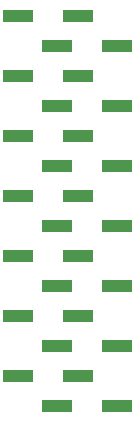
<source format=gbp>
G04 #@! TF.GenerationSoftware,KiCad,Pcbnew,9.0.6*
G04 #@! TF.CreationDate,2026-01-05T13:28:29-06:00*
G04 #@! TF.ProjectId,SSOP-28_5.3x10.2_P0.65,53534f50-2d32-4385-9f35-2e337831302e,rev?*
G04 #@! TF.SameCoordinates,Original*
G04 #@! TF.FileFunction,Paste,Bot*
G04 #@! TF.FilePolarity,Positive*
%FSLAX46Y46*%
G04 Gerber Fmt 4.6, Leading zero omitted, Abs format (unit mm)*
G04 Created by KiCad (PCBNEW 9.0.6) date 2026-01-05 13:28:29*
%MOMM*%
%LPD*%
G01*
G04 APERTURE LIST*
%ADD10R,2.510000X1.000000*%
G04 APERTURE END LIST*
D10*
X135767000Y-119634000D03*
X132457000Y-117094000D03*
X135767000Y-114554000D03*
X132457000Y-112014000D03*
X135767000Y-109474000D03*
X132457000Y-106934000D03*
X135767000Y-104394000D03*
X132457000Y-101854000D03*
X135767000Y-99314000D03*
X132457000Y-96774000D03*
X135767000Y-94234000D03*
X132457000Y-91694000D03*
X135767000Y-89154000D03*
X132457000Y-86614000D03*
X127377000Y-86614000D03*
X130687000Y-89154000D03*
X127377000Y-91694000D03*
X130687000Y-94234000D03*
X127377000Y-96774000D03*
X130687000Y-99314000D03*
X127377000Y-101854000D03*
X130687000Y-104394000D03*
X127377000Y-106934000D03*
X130687000Y-109474000D03*
X127377000Y-112014000D03*
X130687000Y-114554000D03*
X127377000Y-117094000D03*
X130687000Y-119634000D03*
M02*

</source>
